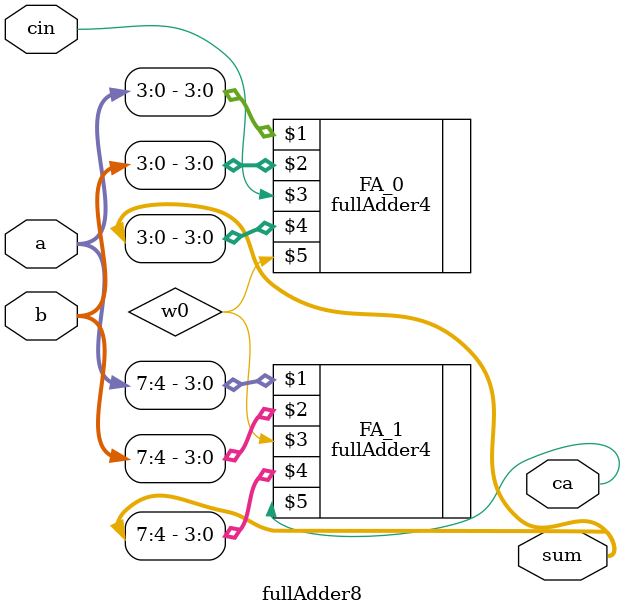
<source format=v>
module fullAdder8 (
    input [7:0]a,
    input [7:0]b,
    input cin,
    output [7:0]sum,
    output ca
);
    wire w0;

    fullAdder4 FA_0(a[3:0],b[3:0],cin,sum[3:0],w0);
    fullAdder4 FA_1(a[7:4],b[7:4],w0,sum[7:4],ca);

endmodule

</source>
